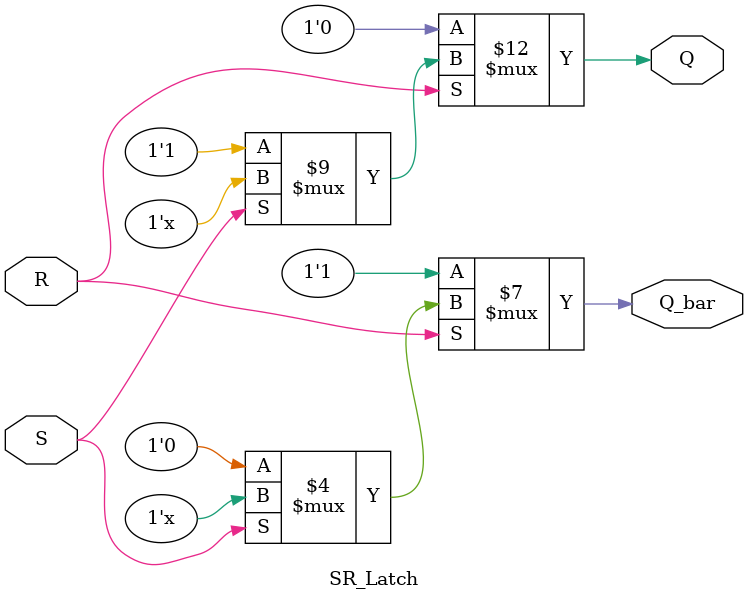
<source format=v>
module SR_Latch (
    input wire S,         // Entrada Set
    input wire R,         // Entrada Reset
    output reg Q,         // Saída Q
    output reg Q_bar      // Saída complementar de Q (Q invertido)
);

    always @(S, R) begin
        if (R == 1'b0) begin
            Q <= 1'b0;   // Se R for 0, o latch é reset (Q = 0)
            Q_bar <= 1'b1;
        end else if (S == 1'b0) begin
            Q <= 1'b1;   // Se S for 0, o latch é set (Q = 1)
            Q_bar <= 1'b0;
        end
    end

endmodule
</source>
